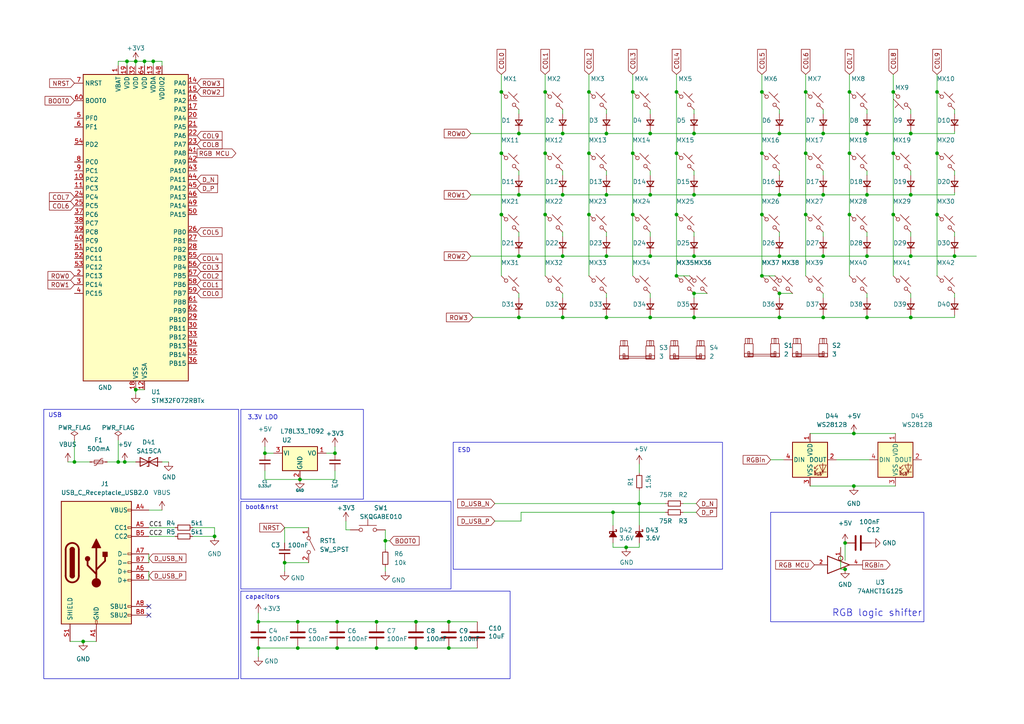
<source format=kicad_sch>
(kicad_sch (version 20230121) (generator eeschema)
  (paper "A4")
  (junction (at 226.06 92.075))
  (junction (at 76.835 131.445))
  (junction (at 24.13 186.055))
  (junction (at 44.45 17.78))
  (junction (at 188.595 92.075))
  (junction (at 188.595 38.735))
  (junction (at 259.08 62.23))
  (junction (at 86.36 187.96))
  (junction (at 251.46 74.295))
  (junction (at 158.115 26.67))
  (junction (at 220.98 80.01))
  (junction (at 251.46 38.735))
  (junction (at 220.98 26.67))
  (junction (at 109.22 187.96))
  (junction (at 62.23 155.575))
  (junction (at 34.29 133.985))
  (junction (at 246.38 62.23))
  (junction (at 97.79 180.34))
  (junction (at 150.495 56.515))
  (junction (at 175.895 38.735))
  (junction (at 183.515 26.67))
  (junction (at 86.36 180.34))
  (junction (at 36.83 17.78))
  (junction (at 259.08 44.45))
  (junction (at 158.115 44.45))
  (junction (at 201.295 38.735))
  (junction (at 175.895 74.295))
  (junction (at 145.415 62.23))
  (junction (at 247.65 125.73))
  (junction (at 196.215 44.45))
  (junction (at 158.115 62.23))
  (junction (at 196.215 80.01))
  (junction (at 247.65 140.97))
  (junction (at 245.11 165.1))
  (junction (at 21.59 133.985))
  (junction (at 245.11 157.48))
  (junction (at 150.495 74.295))
  (junction (at 238.76 92.075))
  (junction (at 163.195 56.515))
  (junction (at 97.79 187.96))
  (junction (at 226.06 74.295))
  (junction (at 188.595 74.295))
  (junction (at 271.78 44.45))
  (junction (at 120.65 187.96))
  (junction (at 145.415 44.45))
  (junction (at 82.55 163.195))
  (junction (at 111.76 156.845))
  (junction (at 145.415 26.67))
  (junction (at 130.175 187.96))
  (junction (at 226.06 56.515))
  (junction (at 246.38 26.67))
  (junction (at 170.815 26.67))
  (junction (at 271.78 26.67))
  (junction (at 74.93 180.34))
  (junction (at 276.86 74.295))
  (junction (at 183.515 62.23))
  (junction (at 175.895 92.075))
  (junction (at 183.515 44.45))
  (junction (at 163.195 92.075))
  (junction (at 163.195 74.295))
  (junction (at 233.68 62.23))
  (junction (at 185.42 146.05))
  (junction (at 233.68 44.45))
  (junction (at 226.06 85.09))
  (junction (at 259.08 26.67))
  (junction (at 41.91 17.78))
  (junction (at 251.46 56.515))
  (junction (at 177.8 148.59))
  (junction (at 109.22 180.34))
  (junction (at 264.16 92.075))
  (junction (at 39.37 113.03))
  (junction (at 39.37 17.78))
  (junction (at 120.65 180.34))
  (junction (at 170.815 44.45))
  (junction (at 238.76 38.735))
  (junction (at 130.175 180.34))
  (junction (at 175.895 56.515))
  (junction (at 74.93 187.96))
  (junction (at 201.295 56.515))
  (junction (at 170.815 62.23))
  (junction (at 188.595 56.515))
  (junction (at 163.195 38.735))
  (junction (at 36.195 133.985))
  (junction (at 97.155 131.445))
  (junction (at 86.995 139.065))
  (junction (at 233.68 26.67))
  (junction (at 181.61 158.75))
  (junction (at 238.76 74.295))
  (junction (at 251.46 92.075))
  (junction (at 196.215 62.23))
  (junction (at 238.76 56.515))
  (junction (at 201.295 85.09))
  (junction (at 226.06 38.735))
  (junction (at 150.495 92.075))
  (junction (at 264.16 38.735))
  (junction (at 271.78 62.23))
  (junction (at 220.98 44.45))
  (junction (at 220.98 62.23))
  (junction (at 196.215 26.67))
  (junction (at 201.295 74.295))
  (junction (at 246.38 44.45))
  (junction (at 201.295 92.075))
  (junction (at 264.16 56.515))
  (junction (at 264.16 74.295))
  (junction (at 150.495 38.735))
  (no_connect (at 43.18 175.895))
  (no_connect (at 43.18 178.435))
  (wire (pts (xy 259.08 62.23) (xy 259.08 80.01)))
  (wire (pts (xy 271.78 44.45) (xy 271.78 62.23)))
  (wire (pts (xy 158.115 44.45) (xy 158.115 62.23)))
  (wire (pts (xy 185.42 137.16) (xy 185.42 134.62)))
  (wire (pts (xy 188.595 91.44) (xy 188.595 92.075)))
  (wire (pts (xy 181.61 158.75) (xy 185.42 158.75)))
  (wire (pts (xy 276.86 55.88) (xy 276.86 56.515)))
  (wire (pts (xy 163.195 31.75) (xy 163.195 33.02)))
  (wire (pts (xy 109.22 187.96) (xy 120.65 187.96)))
  (wire (pts (xy 111.76 156.845) (xy 113.03 156.845)))
  (wire (pts (xy 238.76 49.53) (xy 238.76 50.8)))
  (wire (pts (xy 196.215 80.01) (xy 200.025 80.01)))
  (wire (pts (xy 251.46 38.735) (xy 264.16 38.735)))
  (wire (pts (xy 201.295 55.88) (xy 201.295 56.515)))
  (wire (pts (xy 226.06 85.09) (xy 226.06 86.36)))
  (wire (pts (xy 41.91 17.78) (xy 39.37 17.78)))
  (wire (pts (xy 175.895 91.44) (xy 175.895 92.075)))
  (wire (pts (xy 86.36 180.34) (xy 74.93 180.34)))
  (wire (pts (xy 185.42 146.05) (xy 185.42 152.4)))
  (wire (pts (xy 264.16 38.1) (xy 264.16 38.735)))
  (wire (pts (xy 163.195 49.53) (xy 163.195 50.8)))
  (wire (pts (xy 136.525 38.735) (xy 150.495 38.735)))
  (wire (pts (xy 188.595 38.1) (xy 188.595 38.735)))
  (wire (pts (xy 136.525 56.515) (xy 150.495 56.515)))
  (wire (pts (xy 82.55 163.195) (xy 89.535 163.195)))
  (wire (pts (xy 109.22 180.34) (xy 120.65 180.34)))
  (wire (pts (xy 238.76 73.66) (xy 238.76 74.295)))
  (wire (pts (xy 238.76 55.88) (xy 238.76 56.515)))
  (wire (pts (xy 170.815 21.59) (xy 170.815 26.67)))
  (wire (pts (xy 242.57 133.35) (xy 252.095 133.35)))
  (wire (pts (xy 34.29 133.985) (xy 36.195 133.985)))
  (wire (pts (xy 74.93 190.5) (xy 74.93 187.96)))
  (wire (pts (xy 264.16 91.44) (xy 264.16 92.075)))
  (wire (pts (xy 264.16 38.735) (xy 276.86 38.735)))
  (wire (pts (xy 86.36 180.34) (xy 97.79 180.34)))
  (wire (pts (xy 158.115 21.59) (xy 158.115 26.67)))
  (wire (pts (xy 20.32 186.055) (xy 24.13 186.055)))
  (wire (pts (xy 145.415 44.45) (xy 145.415 62.23)))
  (wire (pts (xy 247.65 140.97) (xy 259.715 140.97)))
  (wire (pts (xy 177.8 157.48) (xy 177.8 158.75)))
  (wire (pts (xy 82.55 153.035) (xy 82.55 157.48)))
  (wire (pts (xy 246.38 62.23) (xy 246.38 80.01)))
  (wire (pts (xy 101.6 153.67) (xy 100.33 153.67)))
  (wire (pts (xy 276.86 91.44) (xy 276.86 92.075)))
  (wire (pts (xy 150.495 38.735) (xy 163.195 38.735)))
  (wire (pts (xy 251.46 67.31) (xy 251.46 68.58)))
  (wire (pts (xy 226.06 91.44) (xy 226.06 92.075)))
  (wire (pts (xy 150.495 85.09) (xy 150.495 86.36)))
  (wire (pts (xy 175.895 38.1) (xy 175.895 38.735)))
  (wire (pts (xy 188.595 92.075) (xy 201.295 92.075)))
  (wire (pts (xy 145.415 26.67) (xy 145.415 44.45)))
  (wire (pts (xy 143.51 146.05) (xy 185.42 146.05)))
  (wire (pts (xy 41.91 17.78) (xy 41.91 19.05)))
  (wire (pts (xy 247.65 125.73) (xy 259.715 125.73)))
  (wire (pts (xy 170.815 44.45) (xy 170.815 62.23)))
  (wire (pts (xy 76.835 129.54) (xy 76.835 131.445)))
  (wire (pts (xy 185.42 158.75) (xy 185.42 157.48)))
  (wire (pts (xy 21.59 133.985) (xy 26.035 133.985)))
  (wire (pts (xy 111.76 156.845) (xy 111.76 159.385)))
  (wire (pts (xy 175.895 49.53) (xy 175.895 50.8)))
  (wire (pts (xy 264.16 85.09) (xy 264.16 86.36)))
  (wire (pts (xy 226.06 74.295) (xy 238.76 74.295)))
  (wire (pts (xy 245.11 157.48) (xy 245.11 162.56)))
  (wire (pts (xy 188.595 38.735) (xy 201.295 38.735)))
  (wire (pts (xy 226.06 49.53) (xy 226.06 50.8)))
  (wire (pts (xy 188.595 85.09) (xy 188.595 86.36)))
  (wire (pts (xy 238.76 85.09) (xy 238.76 86.36)))
  (wire (pts (xy 150.495 49.53) (xy 150.495 50.8)))
  (wire (pts (xy 76.835 136.525) (xy 76.835 139.065)))
  (wire (pts (xy 39.37 113.03) (xy 41.91 113.03)))
  (wire (pts (xy 175.895 38.735) (xy 188.595 38.735)))
  (wire (pts (xy 188.595 67.31) (xy 188.595 68.58)))
  (wire (pts (xy 151.13 148.59) (xy 177.8 148.59)))
  (wire (pts (xy 201.295 56.515) (xy 226.06 56.515)))
  (wire (pts (xy 220.98 62.23) (xy 220.98 80.01)))
  (wire (pts (xy 175.895 85.09) (xy 175.895 86.36)))
  (wire (pts (xy 150.495 31.75) (xy 150.495 33.02)))
  (wire (pts (xy 276.86 49.53) (xy 276.86 50.8)))
  (wire (pts (xy 120.65 180.34) (xy 130.175 180.34)))
  (wire (pts (xy 163.195 67.31) (xy 163.195 68.58)))
  (wire (pts (xy 170.815 62.23) (xy 170.815 80.01)))
  (wire (pts (xy 163.195 85.09) (xy 163.195 86.36)))
  (wire (pts (xy 238.76 92.075) (xy 251.46 92.075)))
  (wire (pts (xy 246.38 21.59) (xy 246.38 26.67)))
  (wire (pts (xy 234.95 140.97) (xy 247.65 140.97)))
  (wire (pts (xy 43.18 160.655) (xy 43.18 163.195)))
  (wire (pts (xy 74.93 177.8) (xy 74.93 180.34)))
  (wire (pts (xy 201.295 74.295) (xy 226.06 74.295)))
  (wire (pts (xy 163.195 38.1) (xy 163.195 38.735)))
  (wire (pts (xy 271.78 21.59) (xy 271.78 26.67)))
  (wire (pts (xy 130.175 180.34) (xy 138.43 180.34)))
  (wire (pts (xy 183.515 21.59) (xy 183.515 26.67)))
  (wire (pts (xy 251.46 38.1) (xy 251.46 38.735)))
  (wire (pts (xy 150.495 38.1) (xy 150.495 38.735)))
  (wire (pts (xy 226.06 56.515) (xy 238.76 56.515)))
  (wire (pts (xy 251.46 56.515) (xy 264.16 56.515)))
  (wire (pts (xy 251.46 31.75) (xy 251.46 33.02)))
  (wire (pts (xy 188.595 73.66) (xy 188.595 74.295)))
  (wire (pts (xy 31.115 133.985) (xy 34.29 133.985)))
  (wire (pts (xy 238.76 67.31) (xy 238.76 68.58)))
  (wire (pts (xy 238.76 74.295) (xy 251.46 74.295)))
  (wire (pts (xy 201.295 67.31) (xy 201.295 68.58)))
  (wire (pts (xy 251.46 85.09) (xy 251.46 86.36)))
  (wire (pts (xy 44.45 17.78) (xy 44.45 19.05)))
  (wire (pts (xy 82.55 153.035) (xy 89.535 153.035)))
  (wire (pts (xy 36.195 133.985) (xy 39.37 133.985)))
  (wire (pts (xy 137.16 92.075) (xy 150.495 92.075)))
  (wire (pts (xy 36.83 17.78) (xy 39.37 17.78)))
  (wire (pts (xy 158.115 26.67) (xy 158.115 44.45)))
  (wire (pts (xy 34.29 17.78) (xy 34.29 19.05)))
  (wire (pts (xy 163.195 91.44) (xy 163.195 92.075)))
  (wire (pts (xy 150.495 56.515) (xy 163.195 56.515)))
  (wire (pts (xy 183.515 44.45) (xy 183.515 62.23)))
  (wire (pts (xy 43.18 155.575) (xy 50.8 155.575)))
  (wire (pts (xy 177.8 158.75) (xy 181.61 158.75)))
  (wire (pts (xy 233.68 62.23) (xy 233.68 80.01)))
  (wire (pts (xy 264.16 74.295) (xy 276.86 74.295)))
  (wire (pts (xy 185.42 146.05) (xy 193.04 146.05)))
  (wire (pts (xy 246.38 26.67) (xy 246.38 44.45)))
  (wire (pts (xy 34.29 127.635) (xy 34.29 133.985)))
  (wire (pts (xy 259.08 44.45) (xy 259.08 62.23)))
  (wire (pts (xy 150.495 73.66) (xy 150.495 74.295)))
  (wire (pts (xy 238.76 91.44) (xy 238.76 92.075)))
  (wire (pts (xy 163.195 55.88) (xy 163.195 56.515)))
  (wire (pts (xy 251.46 73.66) (xy 251.46 74.295)))
  (wire (pts (xy 226.06 31.75) (xy 226.06 33.02)))
  (wire (pts (xy 201.295 38.735) (xy 226.06 38.735)))
  (wire (pts (xy 276.86 85.09) (xy 276.86 86.36)))
  (wire (pts (xy 264.16 92.075) (xy 276.86 92.075)))
  (wire (pts (xy 259.08 21.59) (xy 259.08 26.67)))
  (wire (pts (xy 264.16 56.515) (xy 276.86 56.515)))
  (wire (pts (xy 177.8 148.59) (xy 193.04 148.59)))
  (wire (pts (xy 150.495 92.075) (xy 163.195 92.075)))
  (wire (pts (xy 82.55 163.195) (xy 82.55 162.56)))
  (wire (pts (xy 183.515 62.23) (xy 183.515 80.01)))
  (wire (pts (xy 97.155 129.54) (xy 97.155 131.445)))
  (wire (pts (xy 185.42 142.24) (xy 185.42 146.05)))
  (wire (pts (xy 226.06 38.1) (xy 226.06 38.735)))
  (wire (pts (xy 111.76 164.465) (xy 111.76 165.735)))
  (wire (pts (xy 220.98 80.01) (xy 224.79 80.01)))
  (wire (pts (xy 196.215 44.45) (xy 196.215 62.23)))
  (wire (pts (xy 34.29 17.78) (xy 36.83 17.78)))
  (wire (pts (xy 41.91 17.78) (xy 44.45 17.78)))
  (wire (pts (xy 233.68 26.67) (xy 233.68 44.45)))
  (wire (pts (xy 150.495 91.44) (xy 150.495 92.075)))
  (wire (pts (xy 158.115 62.23) (xy 158.115 80.01)))
  (wire (pts (xy 21.59 127.635) (xy 21.59 133.985)))
  (wire (pts (xy 226.06 73.66) (xy 226.06 74.295)))
  (wire (pts (xy 44.45 17.78) (xy 46.99 17.78)))
  (wire (pts (xy 43.18 165.735) (xy 43.18 168.275)))
  (wire (pts (xy 120.65 187.96) (xy 130.175 187.96)))
  (wire (pts (xy 243.84 165.1) (xy 243.84 158.75)))
  (wire (pts (xy 175.895 92.075) (xy 188.595 92.075)))
  (wire (pts (xy 55.88 153.035) (xy 62.23 153.035)))
  (wire (pts (xy 220.98 21.59) (xy 220.98 26.67)))
  (wire (pts (xy 62.23 153.035) (xy 62.23 155.575)))
  (wire (pts (xy 170.815 26.67) (xy 170.815 44.45)))
  (wire (pts (xy 264.16 49.53) (xy 264.16 50.8)))
  (wire (pts (xy 196.215 21.59) (xy 196.215 26.67)))
  (wire (pts (xy 97.79 187.96) (xy 109.22 187.96)))
  (wire (pts (xy 264.16 55.88) (xy 264.16 56.515)))
  (wire (pts (xy 97.79 180.34) (xy 109.22 180.34)))
  (wire (pts (xy 175.895 74.295) (xy 188.595 74.295)))
  (wire (pts (xy 201.295 85.09) (xy 205.105 85.09)))
  (wire (pts (xy 177.8 148.59) (xy 177.8 152.4)))
  (wire (pts (xy 238.76 56.515) (xy 251.46 56.515)))
  (wire (pts (xy 151.13 151.13) (xy 151.13 148.59)))
  (wire (pts (xy 150.495 67.31) (xy 150.495 68.58)))
  (wire (pts (xy 196.215 26.67) (xy 196.215 44.45)))
  (wire (pts (xy 175.895 67.31) (xy 175.895 68.58)))
  (wire (pts (xy 246.38 44.45) (xy 246.38 62.23)))
  (wire (pts (xy 86.995 139.065) (xy 97.155 139.065)))
  (wire (pts (xy 271.78 62.23) (xy 271.78 80.01)))
  (wire (pts (xy 163.195 74.295) (xy 175.895 74.295)))
  (wire (pts (xy 46.99 133.985) (xy 48.895 133.985)))
  (wire (pts (xy 238.76 38.1) (xy 238.76 38.735)))
  (wire (pts (xy 276.86 31.75) (xy 276.86 33.02)))
  (wire (pts (xy 163.195 38.735) (xy 175.895 38.735)))
  (wire (pts (xy 100.33 153.67) (xy 100.33 151.13)))
  (wire (pts (xy 163.195 56.515) (xy 175.895 56.515)))
  (wire (pts (xy 220.98 44.45) (xy 220.98 62.23)))
  (wire (pts (xy 201.295 91.44) (xy 201.295 92.075)))
  (wire (pts (xy 143.51 151.13) (xy 151.13 151.13)))
  (wire (pts (xy 82.55 165.735) (xy 82.55 163.195)))
  (wire (pts (xy 163.195 92.075) (xy 175.895 92.075)))
  (wire (pts (xy 251.46 92.075) (xy 264.16 92.075)))
  (wire (pts (xy 226.06 92.075) (xy 238.76 92.075)))
  (wire (pts (xy 39.37 17.78) (xy 39.37 19.05)))
  (wire (pts (xy 175.895 56.515) (xy 188.595 56.515)))
  (wire (pts (xy 43.18 147.955) (xy 46.99 147.955)))
  (wire (pts (xy 55.88 155.575) (xy 62.23 155.575)))
  (wire (pts (xy 226.06 55.88) (xy 226.06 56.515)))
  (wire (pts (xy 276.86 38.1) (xy 276.86 38.735)))
  (wire (pts (xy 43.18 153.035) (xy 50.8 153.035)))
  (wire (pts (xy 233.68 21.59) (xy 233.68 26.67)))
  (wire (pts (xy 201.295 31.75) (xy 201.295 33.02)))
  (wire (pts (xy 46.99 17.78) (xy 46.99 19.05)))
  (wire (pts (xy 259.08 26.67) (xy 259.08 44.45)))
  (wire (pts (xy 175.895 31.75) (xy 175.895 33.02)))
  (wire (pts (xy 188.595 49.53) (xy 188.595 50.8)))
  (wire (pts (xy 226.06 38.735) (xy 238.76 38.735)))
  (wire (pts (xy 86.36 187.96) (xy 97.79 187.96)))
  (wire (pts (xy 196.215 62.23) (xy 196.215 80.01)))
  (wire (pts (xy 183.515 26.67) (xy 183.515 44.45)))
  (wire (pts (xy 276.86 74.295) (xy 283.21 74.295)))
  (wire (pts (xy 150.495 55.88) (xy 150.495 56.515)))
  (wire (pts (xy 150.495 74.295) (xy 163.195 74.295)))
  (wire (pts (xy 238.76 31.75) (xy 238.76 33.02)))
  (wire (pts (xy 201.295 73.66) (xy 201.295 74.295)))
  (wire (pts (xy 251.46 91.44) (xy 251.46 92.075)))
  (wire (pts (xy 188.595 31.75) (xy 188.595 33.02)))
  (wire (pts (xy 245.11 165.1) (xy 243.84 165.1)))
  (wire (pts (xy 175.895 55.88) (xy 175.895 56.515)))
  (wire (pts (xy 201.295 49.53) (xy 201.295 50.8)))
  (wire (pts (xy 198.12 148.59) (xy 201.93 148.59)))
  (wire (pts (xy 226.06 67.31) (xy 226.06 68.58)))
  (wire (pts (xy 198.12 146.05) (xy 201.93 146.05)))
  (wire (pts (xy 251.46 74.295) (xy 264.16 74.295)))
  (wire (pts (xy 76.835 131.445) (xy 79.375 131.445)))
  (wire (pts (xy 39.37 114.3) (xy 39.37 113.03)))
  (wire (pts (xy 94.615 131.445) (xy 97.155 131.445)))
  (wire (pts (xy 264.16 31.75) (xy 264.16 33.02)))
  (wire (pts (xy 97.155 136.525) (xy 97.155 139.065)))
  (wire (pts (xy 201.295 38.1) (xy 201.295 38.735)))
  (wire (pts (xy 175.895 73.66) (xy 175.895 74.295)))
  (wire (pts (xy 24.13 186.055) (xy 27.94 186.055)))
  (wire (pts (xy 86.36 187.96) (xy 74.93 187.96)))
  (wire (pts (xy 188.595 74.295) (xy 201.295 74.295)))
  (wire (pts (xy 111.76 153.67) (xy 111.76 156.845)))
  (wire (pts (xy 201.295 92.075) (xy 226.06 92.075)))
  (wire (pts (xy 251.46 55.88) (xy 251.46 56.515)))
  (wire (pts (xy 201.295 85.09) (xy 201.295 86.36)))
  (wire (pts (xy 226.06 85.09) (xy 229.87 85.09)))
  (wire (pts (xy 234.95 125.73) (xy 247.65 125.73)))
  (wire (pts (xy 264.16 67.31) (xy 264.16 68.58)))
  (wire (pts (xy 136.525 74.295) (xy 150.495 74.295)))
  (wire (pts (xy 276.86 67.31) (xy 276.86 68.58)))
  (wire (pts (xy 163.195 73.66) (xy 163.195 74.295)))
  (wire (pts (xy 276.86 73.66) (xy 276.86 74.295)))
  (wire (pts (xy 271.78 26.67) (xy 271.78 44.45)))
  (wire (pts (xy 238.76 38.735) (xy 251.46 38.735)))
  (wire (pts (xy 223.52 133.35) (xy 227.33 133.35)))
  (wire (pts (xy 220.98 26.67) (xy 220.98 44.45)))
  (wire (pts (xy 36.83 17.78) (xy 36.83 19.05)))
  (wire (pts (xy 145.415 62.23) (xy 145.415 80.01)))
  (wire (pts (xy 188.595 55.88) (xy 188.595 56.515)))
  (wire (pts (xy 130.175 187.96) (xy 138.43 187.96)))
  (wire (pts (xy 264.16 73.66) (xy 264.16 74.295)))
  (wire (pts (xy 145.415 21.59) (xy 145.415 26.67)))
  (wire (pts (xy 76.835 139.065) (xy 86.995 139.065)))
  (wire (pts (xy 188.595 56.515) (xy 201.295 56.515)))
  (wire (pts (xy 233.68 44.45) (xy 233.68 62.23)))
  (wire (pts (xy 251.46 49.53) (xy 251.46 50.8)))
  (wire (pts (xy 19.685 133.985) (xy 21.59 133.985)))
  (rectangle (start 12.7 118.745) (end 69.215 196.85))
  (rectangle (start 69.85 145.415) (end 130.81 170.815))
  (rectangle (start 69.85 118.745) (end 105.41 144.78))
  (rectangle (start 69.85 171.45) (end 147.955 196.85))
  (rectangle (start 131.445 128.27) (end 209.55 165.1))
  (rectangle (start 223.52 148.59) (end 267.97 180.34))
  (text "RGB logic shifter" (at 241.3 179.07 0) (effects (font (size 2 2)) (justify left bottom)))
  (text "capacitors" (at 71.12 173.99 0) (effects (font (size 1.27 1.27)) (justify left bottom)))
  (text "boot&nrst" (at 71.12 147.955 0) (effects (font (size 1.27 1.27)) (justify left bottom)))
  (text "3.3V LDO" (at 71.755 121.92 0) (effects (font (size 1.27 1.27)) (justify left bottom)))
  (text "USB" (at 13.97 121.285 0) (effects (font (size 1.27 1.27)) (justify left bottom)))
  (text "ESD" (at 132.715 131.445 0) (effects (font (size 1.27 1.27)) (justify left bottom)))
  (label "CC1" (at 43.18 153.035 0))
  (label "CC2" (at 43.18 155.575 0))
  (global_label "RGBin" (shape input) (at 223.52 133.35 180) (property "Intersheetrefs" "${INTERSHEET_REFS}" (effects hide)))
  (global_label "COL0" (shape input) (at 57.15 85.09 0) (property "Intersheetrefs" "${INTERSHEET_REFS}" (effects hide)))
  (global_label "ROW0" (shape input) (at 21.59 80.01 180) (property "Intersheetrefs" "${INTERSHEET_REFS}" (effects hide)))
  (global_label "ROW0" (shape input) (at 136.525 38.735 180) (property "Intersheetrefs" "${INTERSHEET_REFS}" (effects hide)))
  (global_label "COL6" (shape input) (at 21.59 59.69 180) (property "Intersheetrefs" "${INTERSHEET_REFS}" (effects hide)))
  (global_label "COL1" (shape input) (at 158.115 21.59 90) (property "Intersheetrefs" "${INTERSHEET_REFS}" (effects hide)))
  (global_label "D_USB_P" (shape input) (at 143.51 151.13 180) (property "Intersheetrefs" "${INTERSHEET_REFS}" (effects hide)))
  (global_label "COL7" (shape input) (at 21.59 57.15 180) (property "Intersheetrefs" "${INTERSHEET_REFS}" (effects hide)))
  (global_label "COL1" (shape input) (at 57.15 82.55 0) (property "Intersheetrefs" "${INTERSHEET_REFS}" (effects hide)))
  (global_label "RGBin" (shape output) (at 250.19 163.83 0) (property "Intersheetrefs" "${INTERSHEET_REFS}" (effects hide)))
  (global_label "NRST" (shape input) (at 82.55 153.035 180) (property "Intersheetrefs" "${INTERSHEET_REFS}" (effects hide)))
  (global_label "COL9" (shape input) (at 57.15 39.37 0) (property "Intersheetrefs" "${INTERSHEET_REFS}" (effects hide)))
  (global_label "COL8" (shape input) (at 259.08 21.59 90) (property "Intersheetrefs" "${INTERSHEET_REFS}" (effects hide)))
  (global_label "D_P" (shape input) (at 201.93 148.59 0) (property "Intersheetrefs" "${INTERSHEET_REFS}" (effects hide)))
  (global_label "COL3" (shape input) (at 57.15 77.47 0) (property "Intersheetrefs" "${INTERSHEET_REFS}" (effects hide)))
  (global_label "COL0" (shape input) (at 145.415 21.59 90) (property "Intersheetrefs" "${INTERSHEET_REFS}" (effects hide)))
  (global_label "NRST" (shape input) (at 21.59 24.13 180) (property "Intersheetrefs" "${INTERSHEET_REFS}" (effects hide)))
  (global_label "COL9" (shape input) (at 271.78 21.59 90) (property "Intersheetrefs" "${INTERSHEET_REFS}" (effects hide)))
  (global_label "COL8" (shape input) (at 57.15 41.91 0) (property "Intersheetrefs" "${INTERSHEET_REFS}" (effects hide)))
  (global_label "ROW2" (shape input) (at 136.525 74.295 180) (property "Intersheetrefs" "${INTERSHEET_REFS}" (effects hide)))
  (global_label "D_USB_P" (shape input) (at 43.18 167.005 0) (property "Intersheetrefs" "${INTERSHEET_REFS}" (effects hide)))
  (global_label "ROW1" (shape input) (at 21.59 82.55 180) (property "Intersheetrefs" "${INTERSHEET_REFS}" (effects hide)))
  (global_label "COL2" (shape input) (at 57.15 80.01 0) (property "Intersheetrefs" "${INTERSHEET_REFS}" (effects hide)))
  (global_label "ROW1" (shape input) (at 136.525 56.515 180) (property "Intersheetrefs" "${INTERSHEET_REFS}" (effects hide)))
  (global_label "RGB MCU" (shape output) (at 57.15 44.45 0) (property "Intersheetrefs" "${INTERSHEET_REFS}" (effects hide)))
  (global_label "COL4" (shape input) (at 57.15 74.93 0) (property "Intersheetrefs" "${INTERSHEET_REFS}" (effects hide)))
  (global_label "D_P" (shape input) (at 57.15 54.61 0) (property "Intersheetrefs" "${INTERSHEET_REFS}" (effects hide)))
  (global_label "COL4" (shape input) (at 196.215 21.59 90) (property "Intersheetrefs" "${INTERSHEET_REFS}" (effects hide)))
  (global_label "COL2" (shape input) (at 170.815 21.59 90) (property "Intersheetrefs" "${INTERSHEET_REFS}" (effects hide)))
  (global_label "ROW2" (shape input) (at 57.15 26.67 0) (property "Intersheetrefs" "${INTERSHEET_REFS}" (effects hide)))
  (global_label "ROW3" (shape input) (at 137.16 92.075 180) (property "Intersheetrefs" "${INTERSHEET_REFS}" (effects hide)))
  (global_label "D_USB_N" (shape input) (at 143.51 146.05 180) (property "Intersheetrefs" "${INTERSHEET_REFS}" (effects hide)))
  (global_label "COL5" (shape input) (at 57.15 67.31 0) (property "Intersheetrefs" "${INTERSHEET_REFS}" (effects hide)))
  (global_label "COL3" (shape input) (at 183.515 21.59 90) (property "Intersheetrefs" "${INTERSHEET_REFS}" (effects hide)))
  (global_label "COL7" (shape input) (at 246.38 21.59 90) (property "Intersheetrefs" "${INTERSHEET_REFS}" (effects hide)))
  (global_label "BOOT0" (shape input) (at 113.03 156.845 0) (property "Intersheetrefs" "${INTERSHEET_REFS}" (effects hide)))
  (global_label "ROW3" (shape input) (at 57.15 24.13 0) (property "Intersheetrefs" "${INTERSHEET_REFS}" (effects hide)))
  (global_label "COL6" (shape input) (at 233.68 21.59 90) (property "Intersheetrefs" "${INTERSHEET_REFS}" (effects hide)))
  (global_label "D_N" (shape input) (at 57.15 52.07 0) (property "Intersheetrefs" "${INTERSHEET_REFS}" (effects hide)))
  (global_label "COL5" (shape input) (at 220.98 21.59 90) (property "Intersheetrefs" "${INTERSHEET_REFS}" (effects hide)))
  (global_label "D_N" (shape input) (at 201.93 146.05 0) (property "Intersheetrefs" "${INTERSHEET_REFS}" (effects hide)))
  (global_label "RGB MCU" (shape input) (at 236.22 163.83 180) (property "Intersheetrefs" "${INTERSHEET_REFS}" (effects hide)))
  (global_label "D_USB_N" (shape input) (at 43.18 161.925 0) (property "Intersheetrefs" "${INTERSHEET_REFS}" (effects hide)))
  (global_label "BOOT0" (shape input) (at 21.59 29.21 180) (property "Intersheetrefs" "${INTERSHEET_REFS}" (effects hide)))
  (symbol (lib_id "Device:D_Small") (at 163.195 71.12 90) (unit 1)
    (property "Reference" "D22" (at 158.115 70.485 90) (effects (justify right)))
    (property "Value" "D_Small" (effects hide))
    (property "Footprint" "kbd:D3_TH_SMD_v2" (effects hide))
    (property "Sim.Device" "D" (effects hide))
    (property "Sim.Pins" "1=K 2=A" (effects hide))
  )
  (symbol (lib_id "MCU_ST_STM32F0:STM32F072RBTx") (at 39.37 67.31 0) (unit 1)
    (property "Reference" "U1" (at 43.8659 113.665 0) (effects (justify left)))
    (property "Value" "STM32F072RBTx" (at 43.8659 116.205 0) (effects (justify left)))
    (property "Footprint" "Package_QFP:LQFP-64_10x10mm_P0.5mm" (effects hide))
    (property "Datasheet" "https://www.st.com/resource/en/datasheet/stm32f072rb.pdf" (effects hide))
  )
  (symbol (lib_id "PCM_marbastlib-mx:MX_SW_solder") (at 186.055 64.77 0) (unit 1)
    (property "Reference" "MX24" (at 186.055 58.42 0))
    (property "Value" "MX_SW_solder" (effects hide))
    (property "Footprint" "PCM_marbastlib-mx:SW_MX_1u" (effects hide))
  )
  (symbol (lib_id "Device:D_Small") (at 150.495 71.12 90) (unit 1)
    (property "Reference" "D21" (at 145.415 70.485 90) (effects (justify right)))
    (property "Value" "D_Small" (effects hide))
    (property "Footprint" "kbd:D3_TH_SMD_v2" (effects hide))
    (property "Sim.Device" "D" (effects hide))
    (property "Sim.Pins" "1=K 2=A" (effects hide))
  )
  (symbol (lib_id "Device:D_Small") (at 264.16 53.34 90) (unit 1)
    (property "Reference" "D19" (at 259.08 52.705 90) (effects (justify right)))
    (property "Value" "D_Small" (effects hide))
    (property "Footprint" "kbd:D3_TH_SMD_v2" (effects hide))
    (property "Sim.Device" "D" (effects hide))
    (property "Sim.Pins" "1=K 2=A" (effects hide))
  )
  (symbol (lib_id "Device:D_Small") (at 238.76 88.9 90) (unit 1)
    (property "Reference" "D37" (at 233.68 88.265 90) (effects (justify right)))
    (property "Value" "D_Small" (effects hide))
    (property "Footprint" "kbd:D3_TH_SMD_v2" (effects hide))
    (property "Sim.Device" "D" (effects hide))
    (property "Sim.Pins" "1=K 2=A" (effects hide))
  )
  (symbol (lib_id "Device:C") (at 86.36 184.15 0) (unit 1)
    (property "Reference" "C5" (at 89.281 182.9816 0) (effects (justify left)))
    (property "Value" "100nF" (at 89.281 185.293 0) (effects (justify left)))
    (property "Footprint" "Capacitor_THT:C_Disc_D4.3mm_W1.9mm_P5.00mm" (effects hide))
  )
  (symbol (lib_id "PCM_marbastlib-mx:MX_SW_solder") (at 274.32 46.99 0) (unit 1)
    (property "Reference" "MX20" (at 274.32 40.64 0))
    (property "Value" "MX_SW_solder" (effects hide))
    (property "Footprint" "PCM_marbastlib-mx:SW_MX_1u" (effects hide))
  )
  (symbol (lib_id "power:GND") (at 48.895 133.985 0) (unit 1)
    (property "Reference" "#PWR07" (effects hide))
    (property "Value" "GND" (at 49.022 138.3792 0))
  )
  (symbol (lib_id "PCM_marbastlib-mx:MX_SW_solder") (at 274.32 82.55 0) (unit 1)
    (property "Reference" "MX42" (at 274.32 76.2 0))
    (property "Value" "MX_SW_solder" (effects hide))
    (property "Footprint" "PCM_marbastlib-mx:SW_MX_1u" (effects hide))
  )
  (symbol (lib_id "Device:D_Small") (at 188.595 71.12 90) (unit 1)
    (property "Reference" "D24" (at 183.515 70.485 90) (effects (justify right)))
    (property "Value" "D_Small" (effects hide))
    (property "Footprint" "kbd:D3_TH_SMD_v2" (effects hide))
    (property "Sim.Device" "D" (effects hide))
    (property "Sim.Pins" "1=K 2=A" (effects hide))
  )
  (symbol (lib_id "power:GND") (at 111.76 165.735 0) (unit 1)
    (property "Reference" "#PWR015" (effects hide))
    (property "Value" "GND" (at 115.57 168.275 0))
  )
  (symbol (lib_id "PCM_marbastlib-mx:MX_SW_solder") (at 248.92 82.55 0) (unit 1)
    (property "Reference" "MX40" (at 248.92 76.2 0))
    (property "Value" "MX_SW_solder" (effects hide))
    (property "Footprint" "PCM_marbastlib-mx:SW_MX_1u" (effects hide))
  )
  (symbol (lib_id "Device:D_Small") (at 251.46 35.56 90) (unit 1)
    (property "Reference" "D8" (at 246.38 34.925 90) (effects (justify right)))
    (property "Value" "D_Small" (effects hide))
    (property "Footprint" "kbd:D3_TH_SMD_v2" (effects hide))
    (property "Sim.Device" "D" (effects hide))
    (property "Sim.Pins" "1=K 2=A" (effects hide))
  )
  (symbol (lib_id "PCM_marbastlib-mx:MX_SW_solder") (at 173.355 46.99 0) (unit 1)
    (property "Reference" "MX13" (at 173.355 40.64 0))
    (property "Value" "MX_SW_solder" (effects hide))
    (property "Footprint" "PCM_marbastlib-mx:SW_MX_1u" (effects hide))
  )
  (symbol (lib_id "PCM_marbastlib-mx:MX_SW_solder") (at 147.955 46.99 0) (unit 1)
    (property "Reference" "MX11" (at 147.955 40.64 0))
    (property "Value" "MX_SW_solder" (effects hide))
    (property "Footprint" "PCM_marbastlib-mx:SW_MX_1u" (effects hide))
  )
  (symbol (lib_id "PCM_marbastlib-mx:MX_SW_solder") (at 186.055 46.99 0) (unit 1)
    (property "Reference" "MX14" (at 186.055 40.64 0))
    (property "Value" "MX_SW_solder" (effects hide))
    (property "Footprint" "PCM_marbastlib-mx:SW_MX_1u" (effects hide))
  )
  (symbol (lib_id "Device:C") (at 97.79 184.15 0) (unit 1)
    (property "Reference" "C6" (at 100.711 182.9816 0) (effects (justify left)))
    (property "Value" "100nF" (at 100.711 185.293 0) (effects (justify left)))
    (property "Footprint" "Capacitor_THT:C_Disc_D4.3mm_W1.9mm_P5.00mm" (effects hide))
  )
  (symbol (lib_id "PCM_marbastlib-mx:MX_SW_solder") (at 248.92 64.77 0) (unit 1)
    (property "Reference" "MX28" (at 248.92 58.42 0))
    (property "Value" "MX_SW_solder" (effects hide))
    (property "Footprint" "PCM_marbastlib-mx:SW_MX_1u" (effects hide))
  )
  (symbol (lib_id "PCM_marbastlib-mx:MX_SW_solder") (at 160.655 82.55 0) (unit 1)
    (property "Reference" "MX32" (at 160.655 76.2 0))
    (property "Value" "MX_SW_solder" (effects hide))
    (property "Footprint" "PCM_marbastlib-mx:SW_MX_1u" (effects hide))
  )
  (symbol (lib_id "Device:R_Small") (at 53.34 155.575 90) (unit 1)
    (property "Reference" "R5" (at 49.53 154.305 90))
    (property "Value" "5k1" (at 57.15 154.305 90))
    (property "Footprint" "Resistor_THT:R_Axial_DIN0204_L3.6mm_D1.6mm_P7.62mm_Horizontal" (effects hide))
  )
  (symbol (lib_id "PCM_marbastlib-mx:MX_SW_solder") (at 198.755 82.55 0) (unit 1)
    (property "Reference" "MX35" (at 198.755 76.2 0))
    (property "Value" "MX_SW_solder" (effects hide))
    (property "Footprint" "PCM_marbastlib-mx:SW_MX_1u" (effects hide))
  )
  (symbol (lib_id "Connector:USB_C_Receptacle_USB2.0") (at 27.94 163.195 0) (unit 1)
    (property "Reference" "J1" (at 30.4165 140.335 0))
    (property "Value" "USB_C_Receptacle_USB2.0" (at 30.4165 142.875 0))
    (property "Footprint" "Connector_USB:USB_C_Receptacle_GCT_USB4085" (effects hide))
    (property "Datasheet" "https://www.usb.org/sites/default/files/documents/usb_type-c.zip" (effects hide))
    (property "LCSC" "C165948" (effects hide))
  )
  (symbol (lib_id "power:+3V3") (at 97.155 129.54 0) (unit 1)
    (property "Reference" "#PWR04" (effects hide))
    (property "Value" "+3V3" (at 97.155 125.73 0))
  )
  (symbol (lib_id "PCM_marbastlib-mx:MX_SW_solder") (at 160.655 64.77 0) (unit 1)
    (property "Reference" "MX22" (at 160.655 58.42 0))
    (property "Value" "MX_SW_solder" (effects hide))
    (property "Footprint" "PCM_marbastlib-mx:SW_MX_1u" (effects hide))
  )
  (symbol (lib_id "PCM_marbastlib-mx:MX_stab") (at 199.39 101.6 0) (unit 1)
    (property "Reference" "S4" (at 205.74 100.838 0) (effects (justify left)))
    (property "Value" "2" (at 205.74 103.378 0) (effects (justify left)))
    (property "Footprint" "PCM_marbastlib-mx:STAB_MX_P_2u" (effects hide))
  )
  (symbol (lib_id "power:GND") (at 82.55 165.735 0) (mirror y) (unit 1)
    (property "Reference" "#PWR014" (effects hide))
    (property "Value" "GND" (at 86.36 167.64 0))
  )
  (symbol (lib_id "Device:D_Small") (at 150.495 53.34 90) (unit 1)
    (property "Reference" "D11" (at 145.415 52.705 90) (effects (justify right)))
    (property "Value" "D_Small" (effects hide))
    (property "Footprint" "kbd:D3_TH_SMD_v2" (effects hide))
    (property "Sim.Device" "D" (effects hide))
    (property "Sim.Pins" "1=K 2=A" (effects hide))
  )
  (symbol (lib_id "power:+5V") (at 185.42 134.62 0) (unit 1)
    (property "Reference" "#PWR08" (effects hide))
    (property "Value" "+5V" (at 185.801 130.2258 0))
  )
  (symbol (lib_id "Device:D_Small") (at 175.895 88.9 90) (unit 1)
    (property "Reference" "D33" (at 170.815 88.265 90) (effects (justify right)))
    (property "Value" "D_Small" (effects hide))
    (property "Footprint" "kbd:D3_TH_SMD_v2" (effects hide))
    (property "Sim.Device" "D" (effects hide))
    (property "Sim.Pins" "1=K 2=A" (effects hide))
  )
  (symbol (lib_id "LED:WS2812B") (at 234.95 133.35 0) (unit 1)
    (property "Reference" "D44" (at 241.3 120.65 0))
    (property "Value" "WS2812B" (at 241.3 123.19 0))
    (property "Footprint" "kbd:NeoPixel_bulb_5mm_Adafruit_1938" (effects hide))
    (property "Datasheet" "https://cdn-shop.adafruit.com/datasheets/WS2812B.pdf" (effects hide))
  )
  (symbol (lib_id "power:+5V") (at 76.835 129.54 0) (unit 1)
    (property "Reference" "#PWR03" (effects hide))
    (property "Value" "+5V" (at 76.835 124.46 0))
  )
  (symbol (lib_id "PCM_marbastlib-mx:MX_SW_solder") (at 223.52 82.55 0) (unit 1)
    (property "Reference" "MX37" (at 223.52 76.2 0))
    (property "Value" "MX_SW_solder" (effects hide))
    (property "Footprint" "PCM_marbastlib-mx:SW_MX_1u" (effects hide))
  )
  (symbol (lib_id "Device:D_Small") (at 150.495 35.56 90) (unit 1)
    (property "Reference" "D1" (at 145.415 34.925 90) (effects (justify right)))
    (property "Value" "D_Small" (effects hide))
    (property "Footprint" "kbd:D3_TH_SMD_v2" (effects hide))
    (property "Sim.Device" "D" (effects hide))
    (property "Sim.Pins" "1=K 2=A" (effects hide))
  )
  (symbol (lib_id "Device:D_Small") (at 238.76 71.12 90) (unit 1)
    (property "Reference" "D27" (at 233.68 70.485 90) (effects (justify right)))
    (property "Value" "D_Small" (effects hide))
    (property "Footprint" "kbd:D3_TH_SMD_v2" (effects hide))
    (property "Sim.Device" "D" (effects hide))
    (property "Sim.Pins" "1=K 2=A" (effects hide))
  )
  (symbol (lib_id "PCM_marbastlib-mx:MX_stab") (at 184.785 101.6 0) (unit 1)
    (property "Reference" "S3" (at 191.135 100.838 0) (effects (justify left)))
    (property "Value" "3" (at 191.135 103.378 0) (effects (justify left)))
    (property "Footprint" "PCM_marbastlib-mx:STAB_MX_P_3u" (effects hide))
  )
  (symbol (lib_id "Device:D_TVS") (at 43.18 133.985 0) (unit 1)
    (property "Reference" "D41" (at 43.18 128.27 0))
    (property "Value" "SA15CA" (at 43.18 130.81 0))
    (property "Footprint" "Diode_THT:D_DO-15_P10.16mm_Horizontal" (effects hide))
  )
  (symbol (lib_id "Device:C_Small") (at 97.155 133.985 180) (unit 1)
    (property "Reference" "C2" (at 97.155 139.7 0) (effects (font (size 0.762 0.762))))
    (property "Value" "1uF" (at 97.155 140.97 0) (effects (font (size 0.762 0.762))))
    (property "Footprint" "Capacitor_THT:C_Disc_D4.3mm_W1.9mm_P5.00mm" (effects hide))
  )
  (symbol (lib_id "Device:D_Small") (at 251.46 71.12 90) (unit 1)
    (property "Reference" "D28" (at 246.38 70.485 90) (effects (justify right)))
    (property "Value" "D_Small" (effects hide))
    (property "Footprint" "kbd:D3_TH_SMD_v2" (effects hide))
    (property "Sim.Device" "D" (effects hide))
    (property "Sim.Pins" "1=K 2=A" (effects hide))
  )
  (symbol (lib_id "LED:WS2812B") (at 259.715 133.35 0) (unit 1)
    (property "Reference" "D45" (at 266.065 120.65 0))
    (property "Value" "WS2812B" (at 266.065 123.19 0))
    (property "Footprint" "kbd:NeoPixel_bulb_5mm_Adafruit_1938" (effects hide))
    (property "Datasheet" "https://cdn-shop.adafruit.com/datasheets/WS2812B.pdf" (effects hide))
  )
  (symbol (lib_id "power:+5V") (at 36.195 133.985 0) (unit 1)
    (property "Reference" "#PWR06" (effects hide))
    (property "Value" "+5V" (at 36.195 128.905 0))
  )
  (symbol (lib_id "Device:R_Small") (at 53.34 153.035 90) (unit 1)
    (property "Reference" "R4" (at 49.53 151.765 90))
    (property "Value" "5k1" (at 57.15 151.765 90))
    (property "Footprint" "Resistor_THT:R_Axial_DIN0204_L3.6mm_D1.6mm_P7.62mm_Horizontal" (effects hide))
  )
  (symbol (lib_id "Device:Polyfuse_Small") (at 28.575 133.985 90) (unit 1)
    (property "Reference" "F1" (at 28.575 127.635 90))
    (property "Value" "500mA" (at 28.575 130.175 90))
    (property "Footprint" "Fuse:Fuse_Bourns_MF-RHT100" (effects hide))
  )
  (symbol (lib_id "lumberjack-rescue:D_Schottky_Small_ALT-Device") (at 177.8 154.94 270) (unit 1)
    (property "Reference" "D42" (at 179.5272 153.7716 90) (effects (justify left)))
    (property "Value" "3.6V" (at 179.5272 156.083 90) (effects (justify left)))
    (property "Footprint" "Diode_THT:D_DO-35_SOD27_P7.62mm_Horizontal" (effects hide))
  )
  (symbol (lib_id "power:VBUS") (at 19.685 133.985 0) (unit 1)
    (property "Reference" "#PWR05" (effects hide))
    (property "Value" "VBUS" (at 19.685 128.905 0))
  )
  (symbol (lib_id "Device:C") (at 138.43 184.15 0) (unit 1)
    (property "Reference" "C10" (at 141.605 182.245 0) (effects (justify left)))
    (property "Value" "10uF" (at 141.605 184.5564 0) (effects (justify left)))
    (property "Footprint" "Capacitor_THT:C_Disc_D4.3mm_W1.9mm_P5.00mm" (effects hide))
  )
  (symbol (lib_id "Device:D_Small") (at 264.16 88.9 90) (unit 1)
    (property "Reference" "D39" (at 259.08 88.265 90) (effects (justify right)))
    (property "Value" "D_Small" (effects hide))
    (property "Footprint" "kbd:D3_TH_SMD_v2" (effects hide))
    (property "Sim.Device" "D" (effects hide))
    (property "Sim.Pins" "1=K 2=A" (effects hide))
  )
  (symbol (lib_id "PCM_marbastlib-mx:MX_SW_solder") (at 173.355 82.55 0) (unit 1)
    (property "Reference" "MX33" (at 173.355 76.2 0))
    (property "Value" "MX_SW_solder" (effects hide))
    (property "Footprint" "PCM_marbastlib-mx:SW_MX_1u" (effects hide))
  )
  (symbol (lib_id "PCM_marbastlib-mx:MX_SW_solder") (at 274.32 64.77 0) (unit 1)
    (property "Reference" "MX30" (at 274.32 58.42 0))
    (property "Value" "MX_SW_solder" (effects hide))
    (property "Footprint" "PCM_marbastlib-mx:SW_MX_1u" (effects hide))
  )
  (symbol (lib_id "lumberjack-rescue:D_Schottky_Small_ALT-Device") (at 185.42 154.94 270) (unit 1)
    (property "Reference" "D43" (at 187.1472 153.7716 90) (effects (justify left)))
    (property "Value" "3.6V" (at 187.1472 156.083 90) (effects (justify left)))
    (property "Footprint" "Diode_THT:D_DO-35_SOD27_P7.62mm_Horizontal" (effects hide))
  )
  (symbol (lib_id "power:GND") (at 74.93 190.5 0) (unit 1)
    (property "Reference" "#PWR018" (effects hide))
    (property "Value" "GND" (at 78.74 191.77 0))
  )
  (symbol (lib_name "GND_4") (lib_id "power:GND") (at 24.13 186.055 0) (unit 1)
    (property "Reference" "#PWR017" (effects hide))
    (property "Value" "GND" (at 24.13 191.135 0))
  )
  (symbol (lib_id "power:GND") (at 252.73 157.48 90) (unit 1)
    (property "Reference" "#PWR022" (effects hide))
    (property "Value" "GND" (at 255.905 157.4799 90) (effects (justify right)))
  )
  (symbol (lib_id "Device:D_Small") (at 201.295 53.34 90) (unit 1)
    (property "Reference" "D15" (at 196.215 52.705 90) (effects (justify right)))
    (property "Value" "D_Small" (effects hide))
    (property "Footprint" "kbd:D3_TH_SMD_v2" (effects hide))
    (property "Sim.Device" "D" (effects hide))
    (property "Sim.Pins" "1=K 2=A" (effects hide))
  )
  (symbol (lib_id "PCM_marbastlib-mx:MX_SW_solder") (at 236.22 46.99 0) (unit 1)
    (property "Reference" "MX17" (at 236.22 40.64 0))
    (property "Value" "MX_SW_solder" (effects hide))
    (property "Footprint" "PCM_marbastlib-mx:SW_MX_1u" (effects hide))
  )
  (symbol (lib_id "Device:D_Small") (at 175.895 53.34 90) (unit 1)
    (property "Reference" "D13" (at 170.815 52.705 90) (effects (justify right)))
    (property "Value" "D_Small" (effects hide))
    (property "Footprint" "kbd:D3_TH_SMD_v2" (effects hide))
    (property "Sim.Device" "D" (effects hide))
    (property "Sim.Pins" "1=K 2=A" (effects hide))
  )
  (symbol (lib_id "power:GND") (at 247.65 140.97 0) (unit 1)
    (property "Reference" "#PWR020" (effects hide))
    (property "Value" "GND" (at 247.65 146.05 0))
  )
  (symbol (lib_id "power:GND") (at 39.37 114.3 0) (unit 1)
    (property "Reference" "#PWR02" (effects hide))
    (property "Value" "GND" (at 30.48 112.395 0))
  )
  (symbol (lib_id "power:GND") (at 181.61 158.75 0) (unit 1)
    (property "Reference" "#PWR013" (effects hide))
    (property "Value" "GND" (at 181.737 163.1442 0))
  )
  (symbol (lib_id "Device:D_Small") (at 264.16 35.56 90) (unit 1)
    (property "Reference" "D9" (at 259.08 34.925 90) (effects (justify right)))
    (property "Value" "D_Small" (effects hide))
    (property "Footprint" "kbd:D3_TH_SMD_v2" (effects hide))
    (property "Sim.Device" "D" (effects hide))
    (property "Sim.Pins" "1=K 2=A" (effects hide))
  )
  (symbol (lib_id "Device:D_Small") (at 163.195 53.34 90) (unit 1)
    (property "Reference" "D12" (at 158.115 52.705 90) (effects (justify right)))
    (property "Value" "D_Small" (effects hide))
    (property "Footprint" "kbd:D3_TH_SMD_v2" (effects hide))
    (property "Sim.Device" "D" (effects hide))
    (property "Sim.Pins" "1=K 2=A" (effects hide))
  )
  (symbol (lib_id "Device:D_Small") (at 163.195 88.9 90) (unit 1)
    (property "Reference" "D32" (at 158.115 88.265 90) (effects (justify right)))
    (property "Value" "D_Small" (effects hide))
    (property "Footprint" "kbd:D3_TH_SMD_v2" (effects hide))
    (property "Sim.Device" "D" (effects hide))
    (property "Sim.Pins" "1=K 2=A" (effects hide))
  )
  (symbol (lib_id "Device:D_Small") (at 175.895 35.56 90) (unit 1)
    (property "Reference" "D3" (at 170.815 34.925 90) (effects (justify right)))
    (property "Value" "D_Small" (effects hide))
    (property "Footprint" "kbd:D3_TH_SMD_v2" (effects hide))
    (property "Sim.Device" "D" (effects hide))
    (property "Sim.Pins" "1=K 2=A" (effects hide))
  )
  (symbol (lib_id "PCM_marbastlib-mx:MX_SW_solder") (at 261.62 82.55 0) (unit 1)
    (property "Reference" "MX41" (at 261.62 76.2 0))
    (property "Value" "MX_SW_solder" (effects hide))
    (property "Footprint" "PCM_marbastlib-mx:SW_MX_1u" (effects hide))
  )
  (symbol (lib_id "PCM_marbastlib-mx:MX_stab") (at 234.95 100.965 0) (unit 1)
    (property "Reference" "S2" (at 241.3 100.203 0) (effects (justify left)))
    (property "Value" "3" (at 241.3 102.743 0) (effects (justify left)))
    (property "Footprint" "PCM_marbastlib-mx:STAB_MX_P_3u" (effects hide))
  )
  (symbol (lib_id "power:+3V3") (at 74.93 177.8 0) (unit 1)
    (property "Reference" "#PWR016" (effects hide))
    (property "Value" "+3V3" (at 78.74 176.53 0))
  )
  (symbol (lib_name "74AHCT1G125_1") (lib_id "74xGxx:74AHCT1G125") (at 243.84 163.83 0) (unit 1)
    (property "Reference" "U3" (at 255.27 168.91 0))
    (property "Value" "74AHCT1G125" (at 255.27 171.45 0))
    (property "Footprint" "Package_TO_SOT_SMD:TSOT-23-5_HandSoldering" (effects hide))
    (property "Datasheet" "http://www.ti.com/lit/sg/scyt129e/scyt129e.pdf" (effects hide))
    (property "LCSC" "C12494" (effects hide))
    (property "Package" "SOT-23" (effects hide))
  )
  (symbol (lib_id "Device:C") (at 120.65 184.15 0) (unit 1)
    (property "Reference" "C8" (at 123.571 182.9816 0) (effects (justify left)))
    (property "Value" "100nF" (at 123.571 185.293 0) (effects (justify left)))
    (property "Footprint" "Capacitor_THT:C_Disc_D4.3mm_W1.9mm_P5.00mm" (effects hide))
  )
  (symbol (lib_id "power:+3V3") (at 100.33 151.13 0) (mirror y) (unit 1)
    (property "Reference" "#PWR011" (effects hide))
    (property "Value" "+3V3" (at 100.33 147.32 0))
  )
  (symbol (lib_id "Device:D_Small") (at 175.895 71.12 90) (unit 1)
    (property "Reference" "D23" (at 170.815 70.485 90) (effects (justify right)))
    (property "Value" "D_Small" (effects hide))
    (property "Footprint" "kbd:D3_TH_SMD_v2" (effects hide))
    (property "Sim.Device" "D" (effects hide))
    (property "Sim.Pins" "1=K 2=A" (effects hide))
  )
  (symbol (lib_id "Device:D_Small") (at 226.06 88.9 90) (unit 1)
    (property "Reference" "D36" (at 220.98 88.265 90) (effects (justify right)))
    (property "Value" "D_Small" (effects hide))
    (property "Footprint" "kbd:D3_TH_SMD_v2" (effects hide))
    (property "Sim.Device" "D" (effects hide))
    (property "Sim.Pins" "1=K 2=A" (effects hide))
  )
  (symbol (lib_id "Device:D_Small") (at 201.295 71.12 90) (unit 1)
    (property "Reference" "D25" (at 196.215 70.485 90) (effects (justify right)))
    (property "Value" "D_Small" (effects hide))
    (property "Footprint" "kbd:D3_TH_SMD_v2" (effects hide))
    (property "Sim.Device" "D" (effects hide))
    (property "Sim.Pins" "1=K 2=A" (effects hide))
  )
  (symbol (lib_id "PCM_marbastlib-mx:MX_SW_solder") (at 227.33 82.55 0) (unit 1)
    (property "Reference" "MX38" (at 229.235 76.2 0))
    (property "Value" "MX_SW_solder" (effects hide))
    (property "Footprint" "PCM_marbastlib-mx:SW_MX_1u" (effects hide))
  )
  (symbol (lib_id "Device:D_Small") (at 188.595 35.56 90) (unit 1)
    (property "Reference" "D4" (at 183.515 34.925 90) (effects (justify right)))
    (property "Value" "D_Small" (effects hide))
    (property "Footprint" "kbd:D3_TH_SMD_v2" (effects hide))
    (property "Sim.Device" "D" (effects hide))
    (property "Sim.Pins" "1=K 2=A" (effects hide))
  )
  (symbol (lib_id "power:+3V3") (at 39.37 17.78 0) (unit 1)
    (property "Reference" "#PWR01" (effects hide))
    (property "Value" "+3V3" (at 39.37 13.97 0))
  )
  (symbol (lib_id "PCM_marbastlib-mx:MX_SW_solder") (at 223.52 46.99 0) (unit 1)
    (property "Reference" "MX16" (at 223.52 40.64 0))
    (property "Value" "MX_SW_solder" (effects hide))
    (property "Footprint" "PCM_marbastlib-mx:SW_MX_1u" (effects hide))
  )
  (symbol (lib_id "Device:D_Small") (at 251.46 53.34 90) (unit 1)
    (property "Reference" "D18" (at 246.38 52.705 90) (effects (justify right)))
    (property "Value" "D_Small" (effects hide))
    (property "Footprint" "kbd:D3_TH_SMD_v2" (effects hide))
    (property "Sim.Device" "D" (effects hide))
    (property "Sim.Pins" "1=K 2=A" (effects hide))
  )
  (symbol (lib_id "Device:R_Small") (at 111.76 161.925 0) (unit 1)
    (property "Reference" "R6" (at 114.3 160.6549 0) (effects (justify left)))
    (property "Value" "10k" (at 114.3 163.1949 0) (effects (justify left)))
    (property "Footprint" "Resistor_THT:R_Axial_DIN0204_L3.6mm_D1.6mm_P7.62mm_Horizontal" (effects hide))
  )
  (symbol (lib_id "Device:C_Small") (at 76.835 133.985 180) (unit 1)
    (property "Reference" "C1" (at 76.835 139.7 0) (effects (font (size 0.762 0.762))))
    (property "Value" "0.33uF" (at 76.835 140.97 0) (effects (font (size 0.762 0.762))))
    (property "Footprint" "Capacitor_THT:C_Disc_D4.3mm_W1.9mm_P5.00mm" (effects hide))
  )
  (symbol (lib_id "power:PWR_FLAG") (at 34.29 127.635 0) (unit 1)
    (property "Reference" "#FLG02" (effects hide))
    (property "Value" "PWR_FLAG" (at 34.29 124.0592 0))
  )
  (symbol (lib_id "Device:D_Small") (at 188.595 53.34 90) (unit 1)
    (property "Reference" "D14" (at 183.515 52.705 90) (effects (justify right)))
    (property "Value" "D_Small" (effects hide))
    (property "Footprint" "kbd:D3_TH_SMD_v2" (effects hide))
    (property "Sim.Device" "D" (effects hide))
    (property "Sim.Pins" "1=K 2=A" (effects hide))
  )
  (symbol (lib_id "PCM_marbastlib-mx:MX_SW_solder") (at 236.22 82.55 0) (unit 1)
    (property "Reference" "MX39" (at 236.22 76.2 0))
    (property "Value" "MX_SW_solder" (effects hide))
    (property "Footprint" "PCM_marbastlib-mx:SW_MX_1u" (effects hide))
  )
  (symbol (lib_id "Device:D_Small") (at 226.06 53.34 90) (unit 1)
    (property "Reference" "D16" (at 220.98 52.705 90) (effects (justify right)))
    (property "Value" "D_Small" (effects hide))
    (property "Footprint" "kbd:D3_TH_SMD_v2" (effects hide))
    (property "Sim.Device" "D" (effects hide))
    (property "Sim.Pins" "1=K 2=A" (effects hide))
  )
  (symbol (lib_id "PCM_marbastlib-mx:MX_SW_solder") (at 160.655 29.21 0) (unit 1)
    (property "Reference" "MX2" (at 160.655 22.86 0))
    (property "Value" "MX_SW_solder" (effects hide))
    (property "Footprint" "PCM_marbastlib-mx:SW_MX_1u" (effects hide))
  )
  (symbol (lib_id "Device:R_Small") (at 195.58 146.05 90) (unit 1)
    (property "Reference" "R2" (at 198.12 143.51 90))
    (property "Value" "75R" (at 193.04 143.51 90))
    (property "Footprint" "Resistor_THT:R_Axial_DIN0204_L3.6mm_D1.6mm_P7.62mm_Horizontal" (effects hide))
  )
  (symbol (lib_id "Device:D_Small") (at 201.295 88.9 90) (unit 1)
    (property "Reference" "D35" (at 196.215 88.265 90) (effects (justify right)))
    (property "Value" "D_Small" (effects hide))
    (property "Footprint" "kbd:D3_TH_SMD_v2" (effects hide))
    (property "Sim.Device" "D" (effects hide))
    (property "Sim.Pins" "1=K 2=A" (effects hide))
  )
  (symbol (lib_id "Device:C_Small") (at 82.55 160.02 0) (mirror y) (unit 1)
    (property "Reference" "C3" (at 81.28 158.115 0) (effects (justify left)))
    (property "Value" "100nF" (at 89.535 158.115 0) (effects (justify left)))
    (property "Footprint" "Capacitor_THT:C_Disc_D4.3mm_W1.9mm_P5.00mm" (effects hide))
  )
  (symbol (lib_id "PCM_marbastlib-mx:MX_SW_solder") (at 147.955 82.55 0) (unit 1)
    (property "Reference" "MX31" (at 147.955 76.2 0))
    (property "Value" "MX_SW_solder" (effects hide))
    (property "Footprint" "PCM_marbastlib-mx:SW_MX_1u" (effects hide))
  )
  (symbol (lib_id "PCM_marbastlib-mx:MX_SW_solder") (at 160.655 46.99 0) (unit 1)
    (property "Reference" "MX12" (at 160.655 40.64 0))
    (property "Value" "MX_SW_solder" (effects hide))
    (property "Footprint" "PCM_marbastlib-mx:SW_MX_1u" (effects hide))
  )
  (symbol (lib_id "Device:D_Small") (at 276.86 53.34 90) (unit 1)
    (property "Reference" "D20" (at 271.78 52.705 90) (effects (justify right)))
    (property "Value" "D_Small" (effects hide))
    (property "Footprint" "kbd:D3_TH_SMD_v2" (effects hide))
    (property "Sim.Device" "D" (effects hide))
    (property "Sim.Pins" "1=K 2=A" (effects hide))
  )
  (symbol (lib_id "PCM_marbastlib-mx:MX_SW_solder") (at 173.355 64.77 0) (unit 1)
    (property "Reference" "MX23" (at 173.355 58.42 0))
    (property "Value" "MX_SW_solder" (effects hide))
    (property "Footprint" "PCM_marbastlib-mx:SW_MX_1u" (effects hide))
  )
  (symbol (lib_id "PCM_marbastlib-mx:MX_SW_solder") (at 248.92 29.21 0) (unit 1)
    (property "Reference" "MX8" (at 248.92 22.86 0))
    (property "Value" "MX_SW_solder" (effects hide))
    (property "Footprint" "PCM_marbastlib-mx:SW_MX_1u" (effects hide))
  )
  (symbol (lib_id "Device:R_Small") (at 185.42 139.7 180) (unit 1)
    (property "Reference" "R1" (at 182.88 139.7 90))
    (property "Value" "1.5k" (at 188.087 139.7 90))
    (property "Footprint" "Resistor_THT:R_Axial_DIN0204_L3.6mm_D1.6mm_P7.62mm_Horizontal" (effects hide))
  )
  (symbol (lib_id "PCM_marbastlib-mx:MX_SW_solder") (at 186.055 29.21 0) (unit 1)
    (property "Reference" "MX4" (at 186.055 22.86 0))
    (property "Value" "MX_SW_solder" (effects hide))
    (property "Footprint" "PCM_marbastlib-mx:SW_MX_1u" (effects hide))
  )
  (symbol (lib_id "Device:D_Small") (at 264.16 71.12 90) (unit 1)
    (property "Reference" "D29" (at 259.08 70.485 90) (effects (justify right)))
    (property "Value" "D_Small" (effects hide))
    (property "Footprint" "kbd:D3_TH_SMD_v2" (effects hide))
    (property "Sim.Device" "D" (effects hide))
    (property "Sim.Pins" "1=K 2=A" (effects hide))
  )
  (symbol (lib_id "PCM_marbastlib-mx:MX_stab") (at 220.98 100.965 0) (unit 1)
    (property "Reference" "S1" (at 227.33 100.203 0) (effects (justify left)))
    (property "Value" "2" (at 227.33 102.743 0) (effects (justify left)))
    (property "Footprint" "PCM_marbastlib-mx:STAB_MX_P_2u" (effects hide))
  )
  (symbol (lib_id "Switch:SW_SPST") (at 89.535 158.115 270) (unit 1)
    (property "Reference" "RST1" (at 92.71 156.845 90) (effects (justify left)))
    (property "Value" "SW_SPST" (at 92.71 159.385 90) (effects (justify left)))
    (property "Footprint" "PCM_marbastlib-various:SW_SPST_SKQG_WithStem" (effects hide))
    (property "LCSC" "C115351" (effects hide))
  )
  (symbol (lib_id "power:+5V") (at 245.11 157.48 0) (unit 1)
    (property "Reference" "#PWR021" (effects hide))
    (property "Value" "+5V" (at 245.11 151.765 0))
  )
  (symbol (lib_id "PCM_marbastlib-mx:MX_SW_solder") (at 274.32 29.21 0) (unit 1)
    (property "Reference" "MX10" (at 274.32 22.86 0))
    (property "Value" "MX_SW_solder" (effects hide))
    (property "Footprint" "PCM_marbastlib-mx:SW_MX_1u" (effects hide))
  )
  (symbol (lib_id "PCM_marbastlib-mx:MX_SW_solder") (at 223.52 64.77 0) (unit 1)
    (property "Reference" "MX26" (at 223.52 58.42 0))
    (property "Value" "MX_SW_solder" (effects hide))
    (property "Footprint" "PCM_marbastlib-mx:SW_MX_1u" (effects hide))
  )
  (symbol (lib_id "Regulator_Linear:L78L33_TO92") (at 86.995 131.445 0) (unit 1)
    (property "Reference" "U2" (at 83.185 127.635 0))
    (property "Value" "L78L33_TO92" (at 81.28 125.095 0) (effects (justify left)))
    (property "Footprint" "Package_TO_SOT_THT:TO-92_Inline" (effects hide))
    (property "Datasheet" "http://www.st.com/content/ccc/resource/technical/document/datasheet/15/55/e5/aa/23/5b/43/fd/CD00000446.pdf/files/CD00000446.pdf/jcr:content/translations/en.CD00000446.pdf" (effects hide))
  )
  (symbol (lib_id "power:GND") (at 86.995 139.065 0) (unit 1)
    (property "Reference" "#PWR09" (effects hide))
    (property "Value" "GND" (at 86.995 142.24 0) (effects (font (size 0.762 0.762))))
  )
  (symbol (lib_id "PCM_marbastlib-mx:MX_SW_solder") (at 198.755 29.21 0) (unit 1)
    (property "Reference" "MX5" (at 198.755 22.86 0))
    (property "Value" "MX_SW_solder" (effects hide))
    (property "Footprint" "PCM_marbastlib-mx:SW_MX_1u" (effects hide))
  )
  (symbol (lib_id "power:GND") (at 245.11 165.1 0) (unit 1)
    (property "Reference" "#PWR023" (effects hide))
    (property "Value" "GND" (at 245.11 169.545 0))
  )
  (symbol (lib_id "Device:C") (at 109.22 184.15 0) (unit 1)
    (property "Reference" "C7" (at 112.141 182.9816 0) (effects (justify left)))
    (property "Value" "100nF" (at 112.141 185.293 0) (effects (justify left)))
    (property "Footprint" "Capacitor_THT:C_Disc_D4.3mm_W1.9mm_P5.00mm" (effects hide))
  )
  (symbol (lib_id "Device:D_Small") (at 226.06 71.12 90) (unit 1)
    (property "Reference" "D26" (at 220.98 70.485 90) (effects (justify right)))
    (property "Value" "D_Small" (effects hide))
    (property "Footprint" "kbd:D3_TH_SMD_v2" (effects hide))
    (property "Sim.Device" "D" (effects hide))
    (property "Sim.Pins" "1=K 2=A" (effects hide))
  )
  (symbol (lib_id "Device:D_Small") (at 276.86 71.12 90) (unit 1)
    (property "Reference" "D30" (at 271.78 70.485 90) (effects (justify right)))
    (property "Value" "D_Small" (effects hide))
    (property "Footprint" "kbd:D3_TH_SMD_v2" (effects hide))
    (property "Sim.Device" "D" (effects hide))
    (property "Sim.Pins" "1=K 2=A" (effects hide))
  )
  (symbol (lib_id "PCM_marbastlib-mx:MX_SW_solder") (at 236.22 64.77 0) (unit 1)
    (property "Reference" "MX27" (at 236.22 58.42 0))
    (property "Value" "MX_SW_solder" (effects hide))
    (property "Footprint" "PCM_marbastlib-mx:SW_MX_1u" (effects hide))
  )
  (symbol (lib_id "Switch:SW_Push") (at 106.68 153.67 0) (unit 1)
    (property "Reference" "SW1" (at 110.49 147.32 0))
    (property "Value" "SKQGABE010" (at 110.49 149.86 0))
    (property "Footprint" "PCM_marbastlib-various:SW_SPST_SKQG_WithStem" (effects hide))
    (property "LCSC" "C115351" (effects hide))
  )
  (symbol (lib_id "PCM_marbastlib-mx:MX_SW_solder") (at 261.62 29.21 180) (unit 1)
    (property "Reference" "MX9" (at 261.62 25.4 0))
    (property "Value" "MX_SW_solder" (effects hide))
    (property "Footprint" "PCM_marbastlib-mx:SW_MX_1u" (effects hide))
  )
  (symbol (lib_id "PCM_marbastlib-mx:MX_SW_solder") (at 173.355 29.21 0) (unit 1)
    (property "Reference" "MX3" (at 173.355 22.86 0))
    (property "Value" "MX_SW_solder" (effects hide))
    (property "Footprint" "PCM_marbastlib-mx:SW_MX_1u" (effects hide))
  )
  (symbol (lib_id "power:GND") (at 62.23 155.575 0) (unit 1)
    (property "Reference" "#PWR012" (effects hide))
    (property "Value" "GND" (at 62.23 160.655 0))
  )
  (symbol (lib_id "Device:D_Small") (at 238.76 53.34 90) (unit 1)
    (property "Reference" "D17" (at 233.68 52.705 90) (effects (justify right)))
    (property "Value" "D_Small" (effects hide))
    (property "Footprint" "kbd:D3_TH_SMD_v2" (effects hide))
    (property "Sim.Device" "D" (effects hide))
    (property "Sim.Pins" "1=K 2=A" (effects hide))
  )
  (symbol (lib_id "power:PWR_FLAG") (at 21.59 127.635 0) (unit 1)
    (property "Reference" "#FLG01" (effects hide))
    (property "Value" "PWR_FLAG" (at 21.59 124.0592 0))
  )
  (symbol (lib_id "PCM_marbastlib-mx:MX_SW_solder") (at 147.955 29.21 0) (unit 1)
    (property "Reference" "MX1" (at 147.955 22.86 0))
    (property "Value" "MX_SW_solder" (effects hide))
    (property "Footprint" "PCM_marbastlib-mx:SW_MX_1u" (effects hide))
  )
  (symbol (lib_id "PCM_marbastlib-mx:MX_SW_solder") (at 186.055 82.55 0) (unit 1)
    (property "Reference" "MX34" (at 186.055 76.2 0))
    (property "Value" "MX_SW_solder" (effects hide))
    (property "Footprint" "PCM_marbastlib-mx:SW_MX_1u" (effects hide))
  )
  (symbol (lib_id "Device:D_Small") (at 163.195 35.56 90) (unit 1)
    (property "Reference" "D2" (at 158.115 34.925 90) (effects (justify right)))
    (property "Value" "D_Small" (effects hide))
    (property "Footprint" "kbd:D3_TH_SMD_v2" (effects hide))
    (property "Sim.Device" "D" (effects hide))
    (property "Sim.Pins" "1=K 2=A" (effects hide))
  )
  (symbol (lib_id "Device:D_Small") (at 201.295 35.56 90) (unit 1)
    (property "Reference" "D5" (at 196.215 34.925 90) (effects (justify right)))
    (property "Value" "D_Small" (effects hide))
    (property "Footprint" "kbd:D3_TH_SMD_v2" (effects hide))
    (property "Sim.Device" "D" (effects hide))
    (property "Sim.Pins" "1=K 2=A" (effects hide))
  )
  (symbol (lib_id "Device:D_Small") (at 226.06 35.56 90) (unit 1)
    (property "Reference" "D6" (at 220.98 34.925 90) (effects (justify right)))
    (property "Value" "D_Small" (effects hide))
    (property "Footprint" "kbd:D3_TH_SMD_v2" (effects hide))
    (property "Sim.Device" "D" (effects hide))
    (property "Sim.Pins" "1=K 2=A" (effects hide))
  )
  (symbol (lib_id "Device:D_Small") (at 276.86 88.9 90) (unit 1)
    (property "Reference" "D40" (at 271.78 88.265 90) (effects (justify right)))
    (property "Value" "D_Small" (effects hide))
    (property "Footprint" "kbd:D3_TH_SMD_v2" (effects hide))
    (property "Sim.Device" "D" (effects hide))
    (property "Sim.Pins" "1=K 2=A" (effects hide))
  )
  (symbol (lib_id "Device:D_Small") (at 276.86 35.56 90) (unit 1)
    (property "Reference" "D10" (at 271.78 34.925 90) (effects (justify right)))
    (property "Value" "D_Small" (effects hide))
    (property "Footprint" "kbd:D3_TH_SMD_v2" (effects hide))
    (property "Sim.Device" "D" (effects hide))
    (property "Sim.Pins" "1=K 2=A" (effects hide))
  )
  (symbol (lib_id "Device:D_Small") (at 150.495 88.9 90) (unit 1)
    (property "Reference" "D31" (at 145.415 88.265 90) (effects (justify right)))
    (property "Value" "D_Small" (effects hide))
    (property "Footprint" "kbd:D3_TH_SMD_v2" (effects hide))
    (property "Sim.Device" "D" (effects hide))
    (property "Sim.Pins" "1=K 2=A" (effects hide))
  )
  (symbol (lib_id "Device:R_Small") (at 195.58 148.59 90) (unit 1)
    (property "Reference" "R3" (at 198.12 151.13 90))
    (property "Value" "75R" (at 193.04 151.13 90))
    (property "Footprint" "Resistor_THT:R_Axial_DIN0204_L3.6mm_D1.6mm_P7.62mm_Horizontal" (effects hide))
  )
  (symbol (lib_id "PCM_marbastlib-mx:MX_SW_solder") (at 248.92 46.99 0) (unit 1)
    (property "Reference" "MX18" (at 248.92 40.64 0))
    (property "Value" "MX_SW_solder" (effects hide))
    (property "Footprint" "PCM_marbastlib-mx:SW_MX_1u" (effects hide))
  )
  (symbol (lib_id "power:VBUS") (at 46.99 147.955 0) (unit 1)
    (property "Reference" "#PWR010" (effects hide))
    (property "Value" "VBUS" (at 46.99 142.875 0))
  )
  (symbol (lib_id "power:+5V") (at 247.65 125.73 0) (unit 1)
    (property "Reference" "#PWR019" (effects hide))
    (property "Value" "+5V" (at 247.65 120.65 0))
  )
  (symbol (lib_id "PCM_marbastlib-mx:MX_SW_solder") (at 198.755 46.99 0) (unit 1)
    (property "Reference" "MX15" (at 198.755 40.64 0))
    (property "Value" "MX_SW_solder" (effects hide))
    (property "Footprint" "PCM_marbastlib-mx:SW_MX_1u" (effects hide))
  )
  (symbol (lib_id "PCM_marbastlib-mx:MX_SW_solder") (at 198.755 64.77 0) (unit 1)
    (property "Reference" "MX25" (at 198.755 58.42 0))
    (property "Value" "MX_SW_solder" (effects hide))
    (property "Footprint" "PCM_marbastlib-mx:SW_MX_1u" (effects hide))
  )
  (symbol (lib_id "PCM_marbastlib-mx:MX_SW_solder") (at 223.52 29.21 0) (unit 1)
    (property "Reference" "MX6" (at 223.52 22.86 0))
    (property "Value" "MX_SW_solder" (effects hide))
    (property "Footprint" "PCM_marbastlib-mx:SW_MX_1u" (effects hide))
  )
  (symbol (lib_id "Device:C") (at 248.92 157.48 90) (unit 1)
    (property "Reference" "C12" (at 255.27 153.67 90) (effects (justify left)))
    (property "Value" "100nF" (at 255.27 151.3586 90) (effects (justify left)))
    (property "Footprint" "Capacitor_THT:C_Disc_D4.3mm_W1.9mm_P5.00mm" (effects hide))
  )
  (symbol (lib_id "PCM_marbastlib-mx:MX_SW_solder") (at 261.62 46.99 0) (unit 1)
    (property "Reference" "MX19" (at 261.62 40.64 0))
    (property "Value" "MX_SW_solder" (effects hide))
    (property "Footprint" "PCM_marbastlib-mx:SW_MX_1u" (effects hide))
  )
  (symbol (lib_id "Device:D_Small") (at 188.595 88.9 90) (unit 1)
    (property "Reference" "D34" (at 183.515 88.265 90) (effects (justify right)))
    (property "Value" "D_Small" (effects hide))
    (property "Footprint" "kbd:D3_TH_SMD_v2" (effects hide))
    (property "Sim.Device" "D" (effects hide))
    (property "Sim.Pins" "1=K 2=A" (effects hide))
  )
  (symbol (lib_id "PCM_marbastlib-mx:MX_SW_solder") (at 261.62 64.77 0) (unit 1)
    (property "Reference" "MX29" (at 261.62 58.42 0))
    (property "Value" "MX_SW_solder" (effects hide))
    (property "Footprint" "PCM_marbastlib-mx:SW_MX_1u" (effects hide))
  )
  (symbol (lib_id "PCM_marbastlib-mx:MX_SW_solder") (at 202.565 82.55 0) (unit 1)
    (property "Reference" "MX36" (at 203.835 76.2 0))
    (property "Value" "MX_SW_solder" (effects hide))
    (property "Footprint" "PCM_marbastlib-mx:SW_MX_1u" (effects hide))
  )
  (symbol (lib_id "PCM_marbastlib-mx:MX_SW_solder") (at 236.22 29.21 0) (unit 1)
    (property "Reference" "MX7" (at 236.22 22.86 0))
    (property "Value" "MX_SW_solder" (effects hide))
    (property "Footprint" "PCM_marbastlib-mx:SW_MX_1u" (effects hide))
  )
  (symbol (lib_id "Device:C") (at 74.93 184.15 0) (unit 1)
    (property "Reference" "C4" (at 77.851 182.9816 0) (effects (justify left)))
    (property "Value" "100nF" (at 77.851 185.293 0) (effects (justify left)))
    (property "Footprint" "Capacitor_THT:C_Disc_D4.3mm_W1.9mm_P5.00mm" (effects hide))
  )
  (symbol (lib_id "Device:D_Small") (at 251.46 88.9 90) (unit 1)
    (property "Reference" "D38" (at 246.38 88.265 90) (effects (justify right)))
    (property "Value" "D_Small" (effects hide))
    (property "Footprint" "kbd:D3_TH_SMD_v2" (effects hide))
    (property "Sim.Device" "D" (effects hide))
    (property "Sim.Pins" "1=K 2=A" (effects hide))
  )
  (symbol (lib_id "PCM_marbastlib-mx:MX_SW_solder") (at 147.955 64.77 0) (unit 1)
    (property "Reference" "MX21" (at 147.955 58.42 0))
    (property "Value" "MX_SW_solder" (effects hide))
    (property "Footprint" "PCM_marbastlib-mx:SW_MX_1u" (effects hide))
  )
  (symbol (lib_id "Device:C") (at 130.175 184.15 0) (unit 1)
    (property "Reference" "C9" (at 133.096 182.9816 0) (effects (justify left)))
    (property "Value" "100nF" (at 133.096 185.293 0) (effects (justify left)))
    (property "Footprint" "Capacitor_THT:C_Disc_D4.3mm_W1.9mm_P5.00mm" (effects hide))
  )
  (symbol (lib_id "Device:D_Small") (at 238.76 35.56 90) (unit 1)
    (property "Reference" "D7" (at 233.68 34.925 90) (effects (justify right)))
    (property "Value" "D_Small" (effects hide))
    (property "Footprint" "kbd:D3_TH_SMD_v2" (effects hide))
    (property "Sim.Device" "D" (effects hide))
    (property "Sim.Pins" "1=K 2=A" (effects hide))
  )
)
</source>
